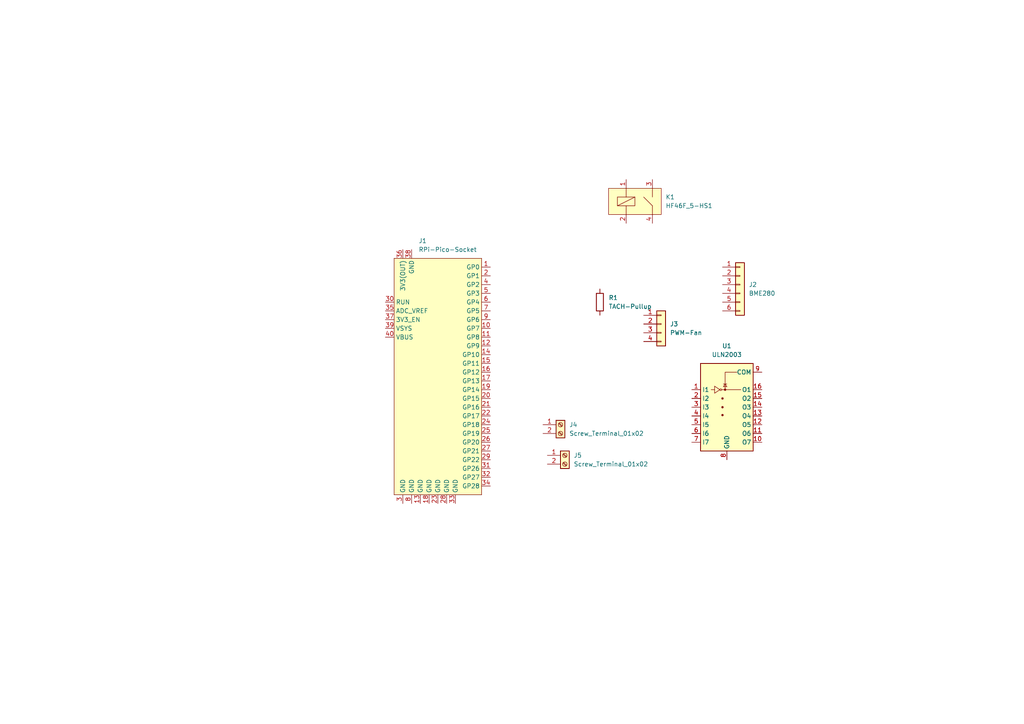
<source format=kicad_sch>
(kicad_sch (version 20211123) (generator eeschema)
  (paper "A4")
  (lib_symbols
    (symbol "Connector:Screw_Terminal_01x02" (pin_names (offset 1.016) hide)
      (property "Reference" "J" (at 0 2.54 0))
      (property "Value" "Screw_Terminal_01x02" (at 0 -5.08 0))
      (symbol "Screw_Terminal_01x02_1_1"
        (rectangle (start -1.27 1.27) (end 1.27 -3.81) (stroke (width 0.254)) (fill (type background)))
        (circle (center 0 -2.54) (radius 0.635) (stroke (width 0.1524)))
        (polyline (pts (xy -0.5334 -2.2098) (xy 0.3302 -3.048)) (stroke (width 0.1524)))
        (polyline (pts (xy -0.5334 0.3302) (xy 0.3302 -0.508)) (stroke (width 0.1524)))
        (polyline (pts (xy -0.3556 -2.032) (xy 0.508 -2.8702)) (stroke (width 0.1524)))
        (polyline (pts (xy -0.3556 0.508) (xy 0.508 -0.3302)) (stroke (width 0.1524)))
        (circle (center 0 0) (radius 0.635) (stroke (width 0.1524)))
        (pin passive line (at -5.08 0 0) (length 3.81) (name "Pin_1") (number "1"))
        (pin passive line (at -5.08 -2.54 0) (length 3.81) (name "Pin_2") (number "2"))
      )
    )
    (symbol "Connector_Generic:Conn_01x04" (pin_names (offset 1.016) hide)
      (property "Reference" "J" (at 0 5.08 0))
      (property "Value" "Conn_01x04" (at 0 -7.62 0))
      (symbol "Conn_01x04_1_1"
        (rectangle (start -1.27 -4.953) (end 0 -5.207) (stroke (width 0.1524)))
        (rectangle (start -1.27 -2.413) (end 0 -2.667) (stroke (width 0.1524)))
        (rectangle (start -1.27 0.127) (end 0 -0.127) (stroke (width 0.1524)))
        (rectangle (start -1.27 2.667) (end 0 2.413) (stroke (width 0.1524)))
        (rectangle (start -1.27 3.81) (end 1.27 -6.35) (stroke (width 0.254)) (fill (type background)))
        (pin passive line (at -5.08 2.54 0) (length 3.81) (name "Pin_1") (number "1"))
        (pin passive line (at -5.08 0 0) (length 3.81) (name "Pin_2") (number "2"))
        (pin passive line (at -5.08 -2.54 0) (length 3.81) (name "Pin_3") (number "3"))
        (pin passive line (at -5.08 -5.08 0) (length 3.81) (name "Pin_4") (number "4"))
      )
    )
    (symbol "Connector_Generic:Conn_01x06" (pin_names (offset 1.016) hide)
      (property "Reference" "J" (at 0 7.62 0))
      (property "Value" "Conn_01x06" (at 0 -10.16 0))
      (symbol "Conn_01x06_1_1"
        (rectangle (start -1.27 -7.493) (end 0 -7.747) (stroke (width 0.1524)))
        (rectangle (start -1.27 -4.953) (end 0 -5.207) (stroke (width 0.1524)))
        (rectangle (start -1.27 -2.413) (end 0 -2.667) (stroke (width 0.1524)))
        (rectangle (start -1.27 0.127) (end 0 -0.127) (stroke (width 0.1524)))
        (rectangle (start -1.27 2.667) (end 0 2.413) (stroke (width 0.1524)))
        (rectangle (start -1.27 5.207) (end 0 4.953) (stroke (width 0.1524)))
        (rectangle (start -1.27 6.35) (end 1.27 -8.89) (stroke (width 0.254)) (fill (type background)))
        (pin passive line (at -5.08 5.08 0) (length 3.81) (name "Pin_1") (number "1"))
        (pin passive line (at -5.08 2.54 0) (length 3.81) (name "Pin_2") (number "2"))
        (pin passive line (at -5.08 0 0) (length 3.81) (name "Pin_3") (number "3"))
        (pin passive line (at -5.08 -2.54 0) (length 3.81) (name "Pin_4") (number "4"))
        (pin passive line (at -5.08 -5.08 0) (length 3.81) (name "Pin_5") (number "5"))
        (pin passive line (at -5.08 -7.62 0) (length 3.81) (name "Pin_6") (number "6"))
      )
    )
    (symbol "Device:R" (pin_numbers hide) (pin_names (offset 0))
      (property "Reference" "R" (at 2.032 0 90))
      (property "Value" "R" (at 0 0 90))
      (symbol "R_0_1"
        (rectangle (start -1.016 -2.54) (end 1.016 2.54) (stroke (width 0.254)))
      )
      (symbol "R_1_1"
        (pin passive line (at 0 3.81 270) (length 1.27) (name "~") (number "1"))
        (pin passive line (at 0 -3.81 90) (length 1.27) (name "~") (number "2"))
      )
    )
    (symbol "Hongfa-HF46F:HF46F_5-HS1"
      (property "Reference" "K" (at -2.54 -5.08 0))
      (property "Value" "HF46F_5-HS1" (at -7.62 -2.54 0))
      (symbol "HF46F_5-HS1_0_1"
        (polyline (pts (xy 5.08 -7.62) (xy 5.08 -5.08)))
        (polyline (pts (xy 5.08 0) (xy 5.08 -2.54)))
        (polyline (pts (xy 7.62 -2.54) (xy 2.54 -5.08)))
        (polyline (pts (xy 12.7 -7.62) (xy 12.7 -5.08)))
        (polyline (pts (xy 12.7 -5.08) (xy 10.16 -2.54)))
        (polyline (pts (xy 12.7 0) (xy 12.7 -2.54)))
        (rectangle (start 0 0) (end 15.24 -7.62) (fill (type background)))
        (rectangle (start 2.54 -2.54) (end 7.62 -5.08))
      )
      (symbol "HF46F_5-HS1_1_1"
        (pin passive line (at 5.08 2.54 270) (length 2.54) (name "") (number "1"))
        (pin passive line (at 5.08 -10.16 90) (length 2.54) (name "") (number "2"))
        (pin passive line (at 12.7 2.54 270) (length 2.54) (name "") (number "3"))
        (pin passive line (at 12.7 -10.16 90) (length 2.54) (name "") (number "4"))
      )
    )
    (symbol "RPi-Pico-Socket:RPi-Pico-Socket"
      (property "Reference" "J" (at -2.54 5.08 0))
      (property "Value" "RPi-Pico-Socket" (at -2.54 2.54 0))
      (symbol "RPi-Pico-Socket_0_1"
        (rectangle (start -12.7 33.02) (end 12.7 -35.56) (fill (type background)))
      )
      (symbol "RPi-Pico-Socket_1_1"
        (pin bidirectional line (at 15.24 30.48 180) (length 2.54) (name "GP0") (number "1"))
        (pin bidirectional line (at 15.24 12.7 180) (length 2.54) (name "GP7") (number "10"))
        (pin bidirectional line (at 15.24 10.16 180) (length 2.54) (name "GP8") (number "11"))
        (pin bidirectional line (at 15.24 7.62 180) (length 2.54) (name "GP9") (number "12"))
        (pin power_out line (at -5.08 -38.1 90) (length 2.54) (name "GND") (number "13"))
        (pin bidirectional line (at 15.24 5.08 180) (length 2.54) (name "GP10") (number "14"))
        (pin bidirectional line (at 15.24 2.54 180) (length 2.54) (name "GP11") (number "15"))
        (pin bidirectional line (at 15.24 0 180) (length 2.54) (name "GP12") (number "16"))
        (pin bidirectional line (at 15.24 -2.54 180) (length 2.54) (name "GP13") (number "17"))
        (pin power_out line (at -2.54 -38.1 90) (length 2.54) (name "GND") (number "18"))
        (pin bidirectional line (at 15.24 -5.08 180) (length 2.54) (name "GP14") (number "19"))
        (pin bidirectional line (at 15.24 27.94 180) (length 2.54) (name "GP1") (number "2"))
        (pin bidirectional line (at 15.24 -7.62 180) (length 2.54) (name "GP15") (number "20"))
        (pin bidirectional line (at 15.24 -10.16 180) (length 2.54) (name "GP16") (number "21"))
        (pin bidirectional line (at 15.24 -12.7 180) (length 2.54) (name "GP17") (number "22"))
        (pin power_out line (at 0 -38.1 90) (length 2.54) (name "GND") (number "23"))
        (pin bidirectional line (at 15.24 -15.24 180) (length 2.54) (name "GP18") (number "24"))
        (pin bidirectional line (at 15.24 -17.78 180) (length 2.54) (name "GP19") (number "25"))
        (pin bidirectional line (at 15.24 -20.32 180) (length 2.54) (name "GP20") (number "26"))
        (pin bidirectional line (at 15.24 -22.86 180) (length 2.54) (name "GP21") (number "27"))
        (pin power_out line (at 2.54 -38.1 90) (length 2.54) (name "GND") (number "28"))
        (pin bidirectional line (at 15.24 -25.4 180) (length 2.54) (name "GP22") (number "29"))
        (pin power_out line (at -10.16 -38.1 90) (length 2.54) (name "GND") (number "3"))
        (pin input line (at -15.24 20.32 0) (length 2.54) (name "RUN") (number "30"))
        (pin bidirectional line (at 15.24 -27.94 180) (length 2.54) (name "GP26") (number "31"))
        (pin bidirectional line (at 15.24 -30.48 180) (length 2.54) (name "GP27") (number "32"))
        (pin power_out line (at 5.08 -38.1 90) (length 2.54) (name "GND") (number "33"))
        (pin bidirectional line (at 15.24 -33.02 180) (length 2.54) (name "GP28") (number "34"))
        (pin input line (at -15.24 17.78 0) (length 2.54) (name "ADC_VREF") (number "35"))
        (pin power_out line (at -10.16 35.56 270) (length 2.54) (name "3V3(OUT)") (number "36"))
        (pin input line (at -15.24 15.24 0) (length 2.54) (name "3V3_EN") (number "37"))
        (pin power_out line (at -7.62 35.56 270) (length 2.54) (name "GND") (number "38"))
        (pin power_in line (at -15.24 12.7 0) (length 2.54) (name "VSYS") (number "39"))
        (pin bidirectional line (at 15.24 25.4 180) (length 2.54) (name "GP2") (number "4"))
        (pin power_out line (at -15.24 10.16 0) (length 2.54) (name "VBUS") (number "40"))
        (pin bidirectional line (at 15.24 22.86 180) (length 2.54) (name "GP3") (number "5"))
        (pin bidirectional line (at 15.24 20.32 180) (length 2.54) (name "GP4") (number "6"))
        (pin bidirectional line (at 15.24 17.78 180) (length 2.54) (name "GP5") (number "7"))
        (pin power_out line (at -7.62 -38.1 90) (length 2.54) (name "GND") (number "8"))
        (pin bidirectional line (at 15.24 15.24 180) (length 2.54) (name "GP6") (number "9"))
      )
    )
    (symbol "Transistor_Array:ULN2003"
      (property "Reference" "U" (at 0 15.875 0))
      (property "Value" "ULN2003" (at 0 13.97 0))
      (symbol "ULN2003_0_1"
        (rectangle (start -7.62 -12.7) (end 7.62 12.7) (stroke (width 0.254)) (fill (type background)))
        (circle (center -1.778 5.08) (radius 0.254))
        (circle (center -1.27 -2.286) (radius 0.254) (fill (type outline)))
        (circle (center -1.27 0) (radius 0.254) (fill (type outline)))
        (circle (center -1.27 2.54) (radius 0.254) (fill (type outline)))
        (circle (center -0.508 5.08) (radius 0.254) (fill (type outline)))
        (polyline (pts (xy -4.572 5.08) (xy -3.556 5.08)))
        (polyline (pts (xy -1.524 5.08) (xy 4.064 5.08)))
        (polyline (pts (xy 0 6.731) (xy -1.016 6.731)))
        (polyline (pts (xy -0.508 5.08) (xy -0.508 10.16) (xy 2.921 10.16)))
        (polyline (pts (xy -3.556 6.096) (xy -3.556 4.064) (xy -2.032 5.08) (xy -3.556 6.096)))
        (polyline (pts (xy 0 5.969) (xy -1.016 5.969) (xy -0.508 6.731) (xy 0 5.969)))
      )
      (symbol "ULN2003_1_1"
        (pin input line (at -10.16 5.08 0) (length 2.54) (name "I1") (number "1"))
        (pin open_collector line (at 10.16 -10.16 180) (length 2.54) (name "O7") (number "10"))
        (pin open_collector line (at 10.16 -7.62 180) (length 2.54) (name "O6") (number "11"))
        (pin open_collector line (at 10.16 -5.08 180) (length 2.54) (name "O5") (number "12"))
        (pin open_collector line (at 10.16 -2.54 180) (length 2.54) (name "O4") (number "13"))
        (pin open_collector line (at 10.16 0 180) (length 2.54) (name "O3") (number "14"))
        (pin open_collector line (at 10.16 2.54 180) (length 2.54) (name "O2") (number "15"))
        (pin open_collector line (at 10.16 5.08 180) (length 2.54) (name "O1") (number "16"))
        (pin input line (at -10.16 2.54 0) (length 2.54) (name "I2") (number "2"))
        (pin input line (at -10.16 0 0) (length 2.54) (name "I3") (number "3"))
        (pin input line (at -10.16 -2.54 0) (length 2.54) (name "I4") (number "4"))
        (pin input line (at -10.16 -5.08 0) (length 2.54) (name "I5") (number "5"))
        (pin input line (at -10.16 -7.62 0) (length 2.54) (name "I6") (number "6"))
        (pin input line (at -10.16 -10.16 0) (length 2.54) (name "I7") (number "7"))
        (pin power_in line (at 0 -15.24 90) (length 2.54) (name "GND") (number "8"))
        (pin passive line (at 10.16 10.16 180) (length 2.54) (name "COM") (number "9"))
      )
    )
  )
  (symbol (lib_id "RPi-Pico-Socket:RPi-Pico-Socket") (at 127 107.95 0) (unit 1)
    (property "Reference" "J1" (at 121.3994 69.85 0) (effects (justify left)))
    (property "Value" "RPi-Pico-Socket" (at 121.3994 72.39 0) (effects (justify left)))
    (property "Footprint" "RPi-Pico-Socket:RPi-Pico-Socket" (effects hide))
  )
  (symbol (lib_id "Connector_Generic:Conn_01x06") (at 214.63 82.55 0) (unit 1)
    (property "Reference" "J2" (at 217.17 82.5499 0) (effects (justify left)))
    (property "Value" "BME280" (at 217.17 85.0899 0) (effects (justify left)))
    (property "Footprint" "Connector_PinHeader_2.54mm:PinHeader_2x03_P2.54mm_Vertical" (effects hide))
  )
  (symbol (lib_id "Device:R") (at 173.99 87.63 0) (unit 1)
    (property "Reference" "R1" (at 176.53 86.3599 0) (effects (justify left)))
    (property "Value" "TACH-Pullup" (at 176.53 88.8999 0) (effects (justify left)))
    (property "Footprint" "Resistor_THT:R_Axial_DIN0309_L9.0mm_D3.2mm_P15.24mm_Horizontal" (effects hide))
  )
  (symbol (lib_id "Transistor_Array:ULN2003") (at 210.82 118.11 0) (unit 1)
    (property "Reference" "U1" (at 210.82 100.33 0))
    (property "Value" "ULN2003" (at 210.82 102.87 0))
    (property "Footprint" "Package_DIP:DIP-16_W7.62mm" (effects hide))
    (property "Datasheet" "http://www.ti.com/lit/ds/symlink/uln2003a.pdf" (effects hide))
  )
  (symbol (lib_id "Connector:Screw_Terminal_01x02") (at 162.56 123.19 0) (unit 1)
    (property "Reference" "J4" (at 165.1 123.1899 0) (effects (justify left)))
    (property "Value" "Screw_Terminal_01x02" (at 165.1 125.7299 0) (effects (justify left)))
    (property "Footprint" "TerminalBlock_Phoenix:TerminalBlock_Phoenix_MKDS-1,5-2-5.08_1x02_P5.08mm_Horizontal" (effects hide))
  )
  (symbol (lib_id "Hongfa-HF46F:HF46F_5-HS1") (at 176.53 54.61 0) (unit 1)
    (property "Reference" "K1" (at 193.04 57.1499 0) (effects (justify left)))
    (property "Value" "HF46F_5-HS1" (at 193.04 59.6899 0) (effects (justify left)))
    (property "Footprint" "Hongfa-HF46F:HF46F_5-HS1" (effects hide))
  )
  (symbol (lib_id "Connector:Screw_Terminal_01x02") (at 163.83 132.08 0) (unit 1)
    (property "Reference" "J5" (at 166.37 132.0799 0) (effects (justify left)))
    (property "Value" "Screw_Terminal_01x02" (at 166.37 134.6199 0) (effects (justify left)))
    (property "Footprint" "TerminalBlock_Phoenix:TerminalBlock_Phoenix_MKDS-1,5-2-5.08_1x02_P5.08mm_Horizontal" (effects hide))
  )
  (symbol (lib_id "Connector_Generic:Conn_01x04") (at 191.77 93.98 0) (unit 1)
    (property "Reference" "J3" (at 194.31 93.9799 0) (effects (justify left)))
    (property "Value" "PWM-Fan" (at 194.31 96.5199 0) (effects (justify left)))
    (property "Footprint" "Connector_PinHeader_2.54mm:PinHeader_1x04_P2.54mm_Vertical" (effects hide))
  )
)
</source>
